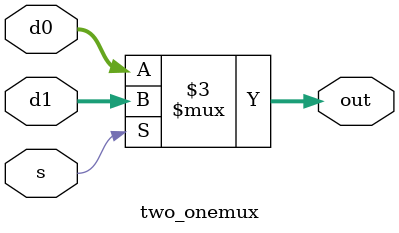
<source format=v>
module two_onemux(d0, d1, s, out);
    input [31:0] d0;
    input [31:0] d1;
    input s;
    output reg [31:0] out;
    
    always@(d0, d1, s)
    begin
        if(s) begin
            out = d1;
        end else begin
            out = d0;
        end
    end

endmodule
</source>
